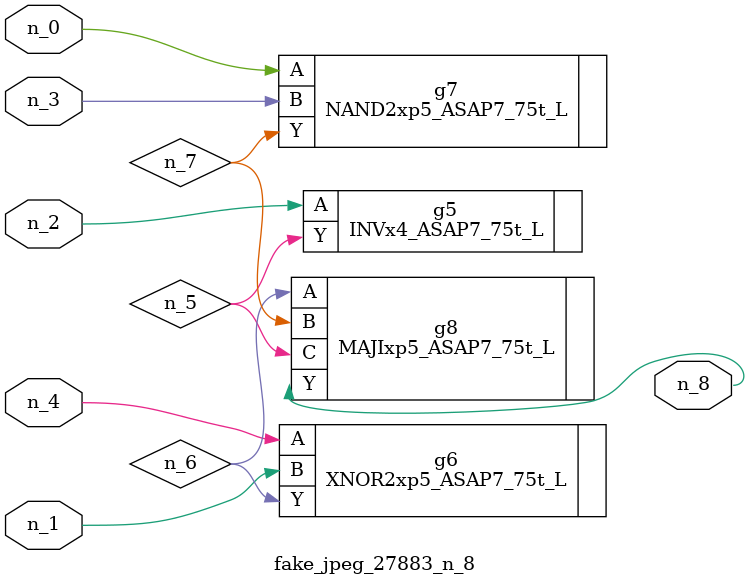
<source format=v>
module fake_jpeg_27883_n_8 (n_3, n_2, n_1, n_0, n_4, n_8);

input n_3;
input n_2;
input n_1;
input n_0;
input n_4;

output n_8;

wire n_6;
wire n_5;
wire n_7;

INVx4_ASAP7_75t_L g5 ( 
.A(n_2),
.Y(n_5)
);

XNOR2xp5_ASAP7_75t_L g6 ( 
.A(n_4),
.B(n_1),
.Y(n_6)
);

NAND2xp5_ASAP7_75t_L g7 ( 
.A(n_0),
.B(n_3),
.Y(n_7)
);

MAJIxp5_ASAP7_75t_L g8 ( 
.A(n_6),
.B(n_7),
.C(n_5),
.Y(n_8)
);


endmodule
</source>
